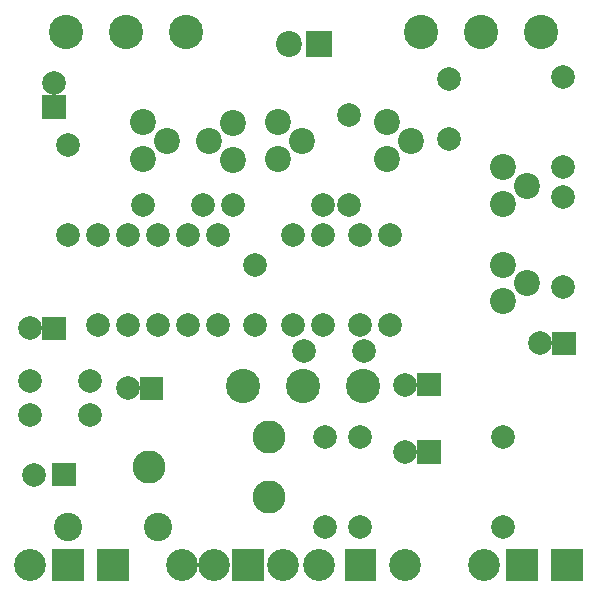
<source format=gbs>
%FSLAX34Y34*%
%MOMM*%
%LNSOLDERMASK_BOTTOM*%
G71*
G01*
%ADD10C, 2.700*%
%ADD11C, 2.000*%
%ADD12C, 2.900*%
%ADD13C, 2.200*%
%ADD14C, 2.400*%
%ADD15C, 2.800*%
%LPD*%
X19050Y19050D02*
G54D10*
D03*
G36*
X37300Y32550D02*
X64300Y32550D01*
X64300Y5550D01*
X37300Y5550D01*
X37300Y32550D01*
G37*
X174625Y19050D02*
G54D10*
D03*
G36*
X189700Y32550D02*
X216700Y32550D01*
X216700Y5550D01*
X189700Y5550D01*
X189700Y32550D01*
G37*
X22225Y95250D02*
G54D11*
D03*
G36*
X37625Y105250D02*
X57625Y105250D01*
X57625Y85250D01*
X37625Y85250D01*
X37625Y105250D01*
G37*
G36*
X284950Y32550D02*
X311950Y32550D01*
X311950Y5550D01*
X284950Y5550D01*
X284950Y32550D01*
G37*
X19050Y146050D02*
G54D11*
D03*
X69850Y146050D02*
G54D11*
D03*
G36*
X459575Y32550D02*
X486575Y32550D01*
X486575Y5550D01*
X459575Y5550D01*
X459575Y32550D01*
G37*
X19050Y219075D02*
G54D11*
D03*
G36*
X29050Y229074D02*
X49050Y229074D01*
X49050Y209074D01*
X29050Y209074D01*
X29050Y229074D01*
G37*
G36*
X75400Y32550D02*
X102400Y32550D01*
X102400Y5550D01*
X75400Y5550D01*
X75400Y32550D01*
G37*
X451000Y470000D02*
G54D12*
D03*
X400200Y470000D02*
G54D12*
D03*
X349400Y470000D02*
G54D12*
D03*
X150962Y470000D02*
G54D12*
D03*
X100162Y470000D02*
G54D12*
D03*
X49362Y470000D02*
G54D12*
D03*
X301000Y169962D02*
G54D12*
D03*
X250200Y169963D02*
G54D12*
D03*
X199400Y169962D02*
G54D12*
D03*
X190500Y361950D02*
G54D13*
D03*
X190500Y392906D02*
G54D13*
D03*
X169862Y377825D02*
G54D13*
D03*
X127000Y50800D02*
G54D14*
D03*
X50800Y50800D02*
G54D14*
D03*
X147002Y19050D02*
G54D10*
D03*
X190500Y323850D02*
G54D11*
D03*
X266700Y323850D02*
G54D11*
D03*
X19050Y174625D02*
G54D11*
D03*
X69850Y174625D02*
G54D11*
D03*
X228600Y393700D02*
G54D13*
D03*
X228600Y362744D02*
G54D13*
D03*
X249237Y377825D02*
G54D13*
D03*
X76200Y298450D02*
G54D11*
D03*
X76200Y222250D02*
G54D11*
D03*
X101600Y298450D02*
G54D11*
D03*
X101600Y222250D02*
G54D11*
D03*
X152400Y298450D02*
G54D11*
D03*
X152400Y222250D02*
G54D11*
D03*
X177800Y298450D02*
G54D11*
D03*
X177800Y222250D02*
G54D11*
D03*
X241300Y298450D02*
G54D11*
D03*
X241300Y222250D02*
G54D11*
D03*
X114300Y393700D02*
G54D13*
D03*
X114300Y362744D02*
G54D13*
D03*
X134938Y377825D02*
G54D13*
D03*
X114300Y323850D02*
G54D11*
D03*
X165100Y323850D02*
G54D11*
D03*
X127000Y298450D02*
G54D11*
D03*
X127000Y222250D02*
G54D11*
D03*
X50800Y374650D02*
G54D11*
D03*
X50800Y298450D02*
G54D11*
D03*
X39050Y426400D02*
G54D11*
D03*
G36*
X49050Y416400D02*
X49050Y396400D01*
X29050Y396400D01*
X29050Y416400D01*
X49050Y416400D01*
G37*
X220819Y76446D02*
G54D15*
D03*
X220819Y127246D02*
G54D15*
D03*
X119219Y101846D02*
G54D15*
D03*
X266700Y298450D02*
G54D11*
D03*
X266700Y222250D02*
G54D11*
D03*
X101600Y168275D02*
G54D11*
D03*
G36*
X111600Y178274D02*
X131600Y178274D01*
X131600Y158274D01*
X111600Y158274D01*
X111600Y178274D01*
G37*
X209550Y273050D02*
G54D11*
D03*
X209550Y222250D02*
G54D11*
D03*
X320675Y393700D02*
G54D13*
D03*
X320675Y362744D02*
G54D13*
D03*
X341312Y377825D02*
G54D13*
D03*
X288856Y399970D02*
G54D11*
D03*
X288856Y323770D02*
G54D11*
D03*
X336550Y171450D02*
G54D11*
D03*
G36*
X346550Y181450D02*
X366550Y181450D01*
X366550Y161450D01*
X346550Y161450D01*
X346550Y181450D01*
G37*
X250825Y200025D02*
G54D11*
D03*
X301625Y200025D02*
G54D11*
D03*
X298450Y298450D02*
G54D11*
D03*
X298450Y222250D02*
G54D11*
D03*
X323850Y298450D02*
G54D11*
D03*
X323850Y222250D02*
G54D11*
D03*
X373504Y430396D02*
G54D11*
D03*
X373504Y379596D02*
G54D11*
D03*
X336550Y114300D02*
G54D11*
D03*
G36*
X346550Y124300D02*
X366550Y124300D01*
X366550Y104300D01*
X346550Y104300D01*
X346550Y124300D01*
G37*
X268288Y127000D02*
G54D11*
D03*
X268288Y50800D02*
G54D11*
D03*
X298450Y127000D02*
G54D11*
D03*
X298450Y50800D02*
G54D11*
D03*
X233045Y19050D02*
G54D10*
D03*
X263525Y19050D02*
G54D10*
D03*
X237778Y460000D02*
G54D13*
D03*
G36*
X274178Y449000D02*
X252178Y449000D01*
X252178Y471000D01*
X274178Y471000D01*
X274178Y449000D01*
G37*
X419100Y355600D02*
G54D13*
D03*
X419100Y324644D02*
G54D13*
D03*
X439738Y339725D02*
G54D13*
D03*
X469900Y330200D02*
G54D11*
D03*
X469900Y254000D02*
G54D11*
D03*
X419100Y273050D02*
G54D13*
D03*
X419100Y242094D02*
G54D13*
D03*
X439738Y257175D02*
G54D13*
D03*
X469900Y431800D02*
G54D11*
D03*
X469900Y355600D02*
G54D11*
D03*
X450850Y206375D02*
G54D11*
D03*
G36*
X460850Y216375D02*
X480850Y216375D01*
X480850Y196375D01*
X460850Y196375D01*
X460850Y216375D01*
G37*
X419100Y127000D02*
G54D11*
D03*
X419100Y50800D02*
G54D11*
D03*
G36*
X421475Y32550D02*
X448475Y32550D01*
X448475Y5550D01*
X421475Y5550D01*
X421475Y32550D01*
G37*
X403225Y19050D02*
G54D10*
D03*
X336550Y19050D02*
G54D10*
D03*
M02*

</source>
